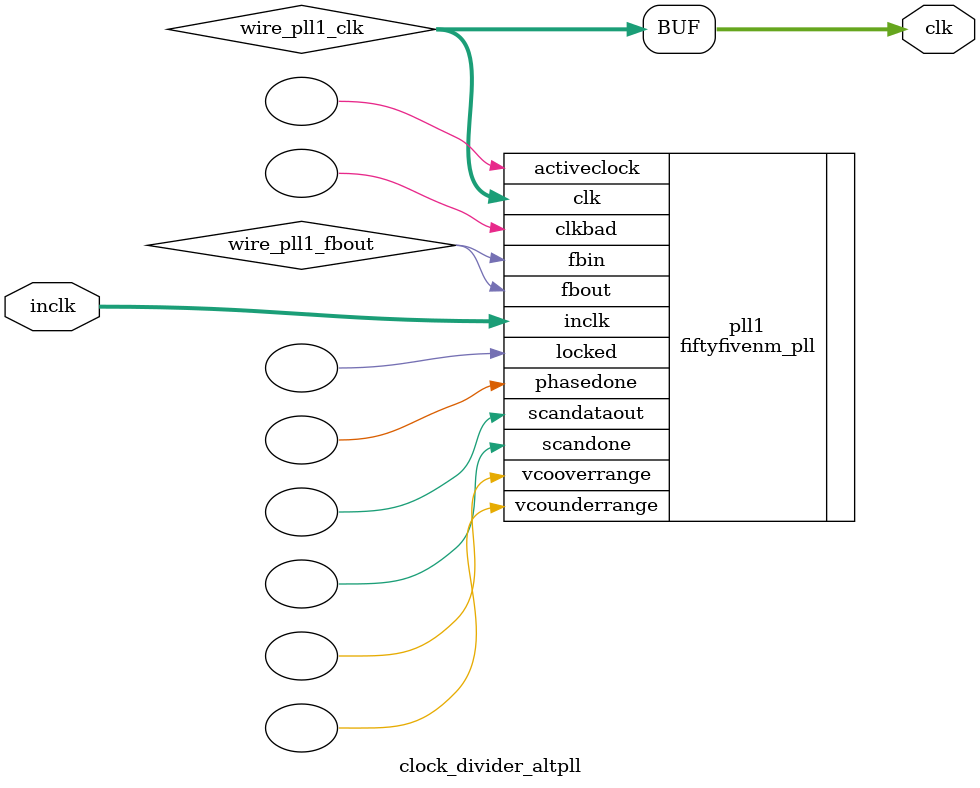
<source format=v>






//synthesis_resources = fiftyfivenm_pll 1 
//synopsys translate_off
`timescale 1 ps / 1 ps
//synopsys translate_on
module  clock_divider_altpll
	( 
	clk,
	inclk) /* synthesis synthesis_clearbox=1 */;
	output   [4:0]  clk;
	input   [1:0]  inclk;
`ifndef ALTERA_RESERVED_QIS
// synopsys translate_off
`endif
	tri0   [1:0]  inclk;
`ifndef ALTERA_RESERVED_QIS
// synopsys translate_on
`endif

	wire  [4:0]   wire_pll1_clk;
	wire  wire_pll1_fbout;

	fiftyfivenm_pll   pll1
	( 
	.activeclock(),
	.clk(wire_pll1_clk),
	.clkbad(),
	.fbin(wire_pll1_fbout),
	.fbout(wire_pll1_fbout),
	.inclk(inclk),
	.locked(),
	.phasedone(),
	.scandataout(),
	.scandone(),
	.vcooverrange(),
	.vcounderrange()
	`ifndef FORMAL_VERIFICATION
	// synopsys translate_off
	`endif
	,
	.areset(1'b0),
	.clkswitch(1'b0),
	.configupdate(1'b0),
	.pfdena(1'b1),
	.phasecounterselect({3{1'b0}}),
	.phasestep(1'b0),
	.phaseupdown(1'b0),
	.scanclk(1'b0),
	.scanclkena(1'b1),
	.scandata(1'b0)
	`ifndef FORMAL_VERIFICATION
	// synopsys translate_on
	`endif
	);
	defparam
		pll1.bandwidth_type = "auto",
		pll1.clk0_divide_by = 2,
		pll1.clk0_duty_cycle = 50,
		pll1.clk0_multiply_by = 1,
		pll1.clk0_phase_shift = "0",
		pll1.compensate_clock = "clk0",
		pll1.inclk0_input_frequency = 20000,
		pll1.operation_mode = "normal",
		pll1.pll_type = "auto",
		pll1.lpm_type = "fiftyfivenm_pll";
	assign
		clk = {wire_pll1_clk[4:0]};
endmodule //clock_divider_altpll
//VALID FILE

</source>
